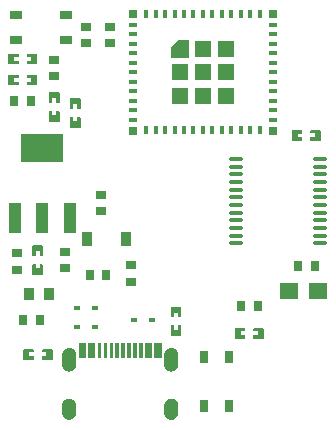
<source format=gtp>
G04 Layer: TopPasteMaskLayer*
G04 EasyEDA v6.5.44, 2024-08-01 17:58:32*
G04 bf16dfa8b14249528ce45edaced80a03,d882a8cb847549dbb05e31b2b695811d,10*
G04 Gerber Generator version 0.2*
G04 Scale: 100 percent, Rotated: No, Reflected: No *
G04 Dimensions in millimeters *
G04 leading zeros omitted , absolute positions ,4 integer and 5 decimal *
%FSLAX45Y45*%
%MOMM*%

%AMMACRO1*21,1,$1,$2,0,0,$3*%
%AMMACRO2*4,1,5,-0.725,0.125,-0.125,0.725,0.725,0.725,0.725,-0.725,-0.725,-0.725,-0.725,0.125,0*%
%ADD10R,1.1000X2.5000*%
%ADD11MACRO1,3.6X2.34X0.0000*%
%ADD12O,1.3240004X0.30800039999999995*%
%ADD13R,0.8000X0.4000*%
%ADD14R,0.4000X0.8000*%
%ADD15R,0.7000X0.7000*%
%ADD16MACRO2*%
%ADD17R,1.4500X1.4500*%
%ADD18R,1.0500X0.7000*%
%ADD19R,0.7000X1.0500*%
%ADD20R,0.8999X1.0000*%
%ADD21R,0.9100X1.2200*%
%ADD22R,0.6000X0.4000*%
%ADD23R,1.5000X1.3589*%
%ADD24R,0.8000X0.9000*%
%ADD25R,0.9000X0.8000*%
%ADD26R,0.0103X0.8000*%

%LPD*%
G36*
X5482793Y4502404D02*
G01*
X5482793Y4372406D01*
X5542788Y4372406D01*
X5542788Y4502404D01*
G37*
G36*
X5102758Y4502404D02*
G01*
X5102758Y4372406D01*
X5132781Y4372406D01*
X5132781Y4502404D01*
G37*
G36*
X4842764Y4502404D02*
G01*
X4842764Y4372406D01*
X4902758Y4372406D01*
X4902758Y4502404D01*
G37*
G36*
X5202783Y4502404D02*
G01*
X5202783Y4372406D01*
X5232755Y4372406D01*
X5232755Y4502404D01*
G37*
G36*
X5352796Y4502404D02*
G01*
X5352796Y4372406D01*
X5382768Y4372406D01*
X5382768Y4502404D01*
G37*
G36*
X5052771Y4502404D02*
G01*
X5052771Y4372406D01*
X5082794Y4372406D01*
X5082794Y4502404D01*
G37*
G36*
X5302758Y4502404D02*
G01*
X5302758Y4372406D01*
X5332730Y4372406D01*
X5332730Y4502404D01*
G37*
G36*
X5252770Y4502404D02*
G01*
X5252770Y4372406D01*
X5282793Y4372406D01*
X5282793Y4502404D01*
G37*
G36*
X5002784Y4502404D02*
G01*
X5002784Y4372406D01*
X5032756Y4372406D01*
X5032756Y4502404D01*
G37*
G36*
X5152796Y4502404D02*
G01*
X5152796Y4372406D01*
X5182768Y4372406D01*
X5182768Y4502404D01*
G37*
G36*
X4922774Y4502404D02*
G01*
X4922774Y4372406D01*
X4982768Y4372406D01*
X4982768Y4502404D01*
G37*
G36*
X4758791Y4460544D02*
G01*
X4752797Y4460087D01*
X4746904Y4459071D01*
X4741164Y4457446D01*
X4735576Y4455261D01*
X4730242Y4452518D01*
X4725263Y4449267D01*
X4720590Y4445558D01*
X4716272Y4441393D01*
X4712462Y4436770D01*
X4709058Y4431842D01*
X4706213Y4426610D01*
X4703876Y4421073D01*
X4702098Y4415383D01*
X4700930Y4409490D01*
X4700320Y4403547D01*
X4700270Y4320540D01*
X4700574Y4314596D01*
X4701438Y4308652D01*
X4702911Y4302861D01*
X4704994Y4297273D01*
X4707585Y4291888D01*
X4710684Y4286758D01*
X4714290Y4281982D01*
X4718354Y4277614D01*
X4722876Y4273651D01*
X4727702Y4270146D01*
X4732883Y4267149D01*
X4738319Y4264710D01*
X4744008Y4262831D01*
X4749850Y4261459D01*
X4755794Y4260748D01*
X4761738Y4260596D01*
X4767732Y4261053D01*
X4773625Y4262069D01*
X4779365Y4263694D01*
X4784953Y4265879D01*
X4790287Y4268622D01*
X4795266Y4271822D01*
X4799990Y4275582D01*
X4804257Y4279747D01*
X4808118Y4284319D01*
X4811471Y4289298D01*
X4814316Y4294530D01*
X4816652Y4300067D01*
X4818430Y4305757D01*
X4819599Y4311599D01*
X4820208Y4317593D01*
X4820259Y4400550D01*
X4819954Y4406544D01*
X4819091Y4412437D01*
X4817618Y4418228D01*
X4815535Y4423867D01*
X4812944Y4429252D01*
X4809845Y4434382D01*
X4806238Y4439107D01*
X4802174Y4443526D01*
X4797653Y4447489D01*
X4792827Y4450943D01*
X4787646Y4453940D01*
X4782159Y4456430D01*
X4776520Y4458309D01*
X4770678Y4459630D01*
X4764735Y4460392D01*
G37*
G36*
X5623814Y4460544D02*
G01*
X5617819Y4460087D01*
X5611926Y4459071D01*
X5606186Y4457446D01*
X5600598Y4455261D01*
X5595264Y4452518D01*
X5590286Y4449267D01*
X5585561Y4445558D01*
X5581294Y4441393D01*
X5577484Y4436770D01*
X5574080Y4431842D01*
X5571236Y4426610D01*
X5568899Y4421073D01*
X5567121Y4415383D01*
X5565952Y4409490D01*
X5565343Y4403547D01*
X5565292Y4320540D01*
X5565597Y4314596D01*
X5566460Y4308652D01*
X5567934Y4302861D01*
X5570016Y4297273D01*
X5572607Y4291888D01*
X5575706Y4286758D01*
X5579313Y4281982D01*
X5583377Y4277614D01*
X5587898Y4273651D01*
X5592724Y4270146D01*
X5597906Y4267149D01*
X5603341Y4264710D01*
X5609031Y4262831D01*
X5614873Y4261459D01*
X5620816Y4260748D01*
X5626760Y4260596D01*
X5632754Y4261053D01*
X5638647Y4262069D01*
X5644388Y4263694D01*
X5649976Y4265879D01*
X5655310Y4268622D01*
X5660288Y4271822D01*
X5664962Y4275582D01*
X5669280Y4279747D01*
X5673090Y4284319D01*
X5676493Y4289298D01*
X5679338Y4294530D01*
X5681675Y4300067D01*
X5683453Y4305757D01*
X5684621Y4311599D01*
X5685231Y4317593D01*
X5685282Y4400550D01*
X5684977Y4406544D01*
X5684113Y4412437D01*
X5682640Y4418228D01*
X5680557Y4423867D01*
X5677966Y4429252D01*
X5674868Y4434382D01*
X5671261Y4439107D01*
X5667197Y4443526D01*
X5662676Y4447489D01*
X5657850Y4450943D01*
X5652668Y4453940D01*
X5647232Y4456430D01*
X5641543Y4458309D01*
X5635701Y4459630D01*
X5629757Y4460392D01*
G37*
G36*
X4758791Y4032554D02*
G01*
X4752797Y4032097D01*
X4746904Y4031081D01*
X4741164Y4029456D01*
X4735576Y4027271D01*
X4730242Y4024528D01*
X4725263Y4021277D01*
X4720590Y4017568D01*
X4716272Y4013403D01*
X4712462Y4008780D01*
X4709058Y4003852D01*
X4706213Y3998620D01*
X4703876Y3993083D01*
X4702098Y3987393D01*
X4700930Y3981500D01*
X4700320Y3975557D01*
X4700270Y3912565D01*
X4700574Y3906621D01*
X4701438Y3900678D01*
X4702911Y3894886D01*
X4704994Y3889248D01*
X4707585Y3883863D01*
X4710684Y3878783D01*
X4714290Y3874008D01*
X4718354Y3869639D01*
X4722876Y3865676D01*
X4727702Y3862171D01*
X4732883Y3859174D01*
X4738319Y3856736D01*
X4744008Y3854805D01*
X4749850Y3853484D01*
X4755794Y3852722D01*
X4761738Y3852570D01*
X4767732Y3853027D01*
X4773625Y3854094D01*
X4779365Y3855720D01*
X4784953Y3857904D01*
X4790287Y3860596D01*
X4795266Y3863848D01*
X4799990Y3867607D01*
X4804257Y3871772D01*
X4808118Y3876344D01*
X4811471Y3881272D01*
X4814316Y3886555D01*
X4816652Y3892042D01*
X4818430Y3897782D01*
X4819599Y3903624D01*
X4820208Y3909568D01*
X4820259Y3972560D01*
X4819954Y3978554D01*
X4819091Y3984447D01*
X4817618Y3990238D01*
X4815535Y3995877D01*
X4812944Y4001262D01*
X4809845Y4006392D01*
X4806238Y4011117D01*
X4802174Y4015536D01*
X4797653Y4019499D01*
X4792827Y4022953D01*
X4787646Y4025950D01*
X4782159Y4028440D01*
X4776520Y4030319D01*
X4770678Y4031640D01*
X4764735Y4032402D01*
G37*
G36*
X5623814Y4032554D02*
G01*
X5617819Y4032097D01*
X5611926Y4031081D01*
X5606186Y4029456D01*
X5600598Y4027271D01*
X5595264Y4024528D01*
X5590286Y4021277D01*
X5585561Y4017568D01*
X5581294Y4013403D01*
X5577484Y4008780D01*
X5574080Y4003852D01*
X5571236Y3998620D01*
X5568899Y3993083D01*
X5567121Y3987393D01*
X5565952Y3981500D01*
X5565343Y3975557D01*
X5565292Y3912565D01*
X5565597Y3906621D01*
X5566460Y3900678D01*
X5567934Y3894886D01*
X5570016Y3889248D01*
X5572607Y3883863D01*
X5575706Y3878783D01*
X5579313Y3874008D01*
X5583377Y3869639D01*
X5587898Y3865676D01*
X5592724Y3862171D01*
X5597906Y3859174D01*
X5603341Y3856736D01*
X5609031Y3854805D01*
X5614873Y3853484D01*
X5620816Y3852722D01*
X5626760Y3852570D01*
X5632754Y3853027D01*
X5638647Y3854094D01*
X5644388Y3855720D01*
X5649976Y3857904D01*
X5655310Y3860596D01*
X5660288Y3863848D01*
X5664962Y3867607D01*
X5669280Y3871772D01*
X5673090Y3876344D01*
X5676493Y3881272D01*
X5679338Y3886555D01*
X5681675Y3892042D01*
X5683453Y3897782D01*
X5684621Y3903624D01*
X5685231Y3909568D01*
X5685282Y3972560D01*
X5684977Y3978554D01*
X5684113Y3984447D01*
X5682640Y3990238D01*
X5680557Y3995877D01*
X5677966Y4001262D01*
X5674868Y4006392D01*
X5671261Y4011117D01*
X5667197Y4015536D01*
X5662676Y4019499D01*
X5657850Y4022953D01*
X5652668Y4025950D01*
X5647232Y4028440D01*
X5641543Y4030319D01*
X5635701Y4031640D01*
X5629757Y4032402D01*
G37*
G36*
X5402783Y4502404D02*
G01*
X5402783Y4372406D01*
X5462778Y4372406D01*
X5462778Y4502404D01*
G37*
G36*
X4771796Y6575094D02*
G01*
X4766767Y6570065D01*
X4766767Y6490106D01*
X4771796Y6485077D01*
X4794554Y6485077D01*
X4794554Y6522110D01*
X4827574Y6522110D01*
X4827574Y6485077D01*
X4851755Y6485077D01*
X4856784Y6490106D01*
X4856784Y6570065D01*
X4851755Y6575094D01*
G37*
G36*
X4771796Y6416090D02*
G01*
X4766767Y6411061D01*
X4766767Y6331102D01*
X4771796Y6326073D01*
X4851755Y6326073D01*
X4856784Y6331102D01*
X4856784Y6411061D01*
X4851755Y6416090D01*
X4828997Y6416090D01*
X4828997Y6379057D01*
X4795977Y6379057D01*
X4795977Y6416090D01*
G37*
G36*
X6807098Y6305092D02*
G01*
X6802069Y6300063D01*
X6802069Y6277305D01*
X6839102Y6277305D01*
X6839102Y6244285D01*
X6802069Y6244285D01*
X6802069Y6220104D01*
X6807098Y6215075D01*
X6887057Y6215075D01*
X6892086Y6220104D01*
X6892086Y6300063D01*
X6887057Y6305092D01*
G37*
G36*
X6648094Y6305092D02*
G01*
X6643065Y6300063D01*
X6643065Y6220104D01*
X6648094Y6215075D01*
X6728053Y6215075D01*
X6733082Y6220104D01*
X6733082Y6242862D01*
X6696100Y6242862D01*
X6696100Y6275882D01*
X6733082Y6275882D01*
X6733082Y6300063D01*
X6728053Y6305092D01*
G37*
G36*
X4593996Y6466890D02*
G01*
X4588967Y6461861D01*
X4588967Y6381902D01*
X4593996Y6376873D01*
X4673955Y6376873D01*
X4678984Y6381902D01*
X4678984Y6461861D01*
X4673955Y6466890D01*
X4651197Y6466890D01*
X4651197Y6429857D01*
X4618177Y6429857D01*
X4618177Y6466890D01*
G37*
G36*
X4593996Y6625894D02*
G01*
X4588967Y6620865D01*
X4588967Y6540906D01*
X4593996Y6535877D01*
X4616754Y6535877D01*
X4616754Y6572910D01*
X4649774Y6572910D01*
X4649774Y6535877D01*
X4673955Y6535877D01*
X4678984Y6540906D01*
X4678984Y6620865D01*
X4673955Y6625894D01*
G37*
G36*
X4247794Y6952792D02*
G01*
X4242765Y6947763D01*
X4242765Y6867804D01*
X4247794Y6862775D01*
X4327753Y6862775D01*
X4332782Y6867804D01*
X4332782Y6890562D01*
X4295800Y6890562D01*
X4295800Y6923582D01*
X4332782Y6923582D01*
X4332782Y6947763D01*
X4327753Y6952792D01*
G37*
G36*
X4406798Y6952792D02*
G01*
X4401769Y6947763D01*
X4401769Y6925005D01*
X4438802Y6925005D01*
X4438802Y6891985D01*
X4401769Y6891985D01*
X4401769Y6867804D01*
X4406798Y6862775D01*
X4486757Y6862775D01*
X4491786Y6867804D01*
X4491786Y6947763D01*
X4486757Y6952792D01*
G37*
G36*
X4247794Y6774992D02*
G01*
X4242765Y6769963D01*
X4242765Y6690004D01*
X4247794Y6684975D01*
X4327753Y6684975D01*
X4332782Y6690004D01*
X4332782Y6712762D01*
X4295800Y6712762D01*
X4295800Y6745782D01*
X4332782Y6745782D01*
X4332782Y6769963D01*
X4327753Y6774992D01*
G37*
G36*
X4406798Y6774992D02*
G01*
X4401769Y6769963D01*
X4401769Y6747205D01*
X4438802Y6747205D01*
X4438802Y6714185D01*
X4401769Y6714185D01*
X4401769Y6690004D01*
X4406798Y6684975D01*
X4486757Y6684975D01*
X4491786Y6690004D01*
X4491786Y6769963D01*
X4486757Y6774992D01*
G37*
G36*
X6326022Y4629708D02*
G01*
X6320993Y4624679D01*
X6320993Y4601921D01*
X6357975Y4601921D01*
X6357975Y4568901D01*
X6320993Y4568901D01*
X6320993Y4544720D01*
X6326022Y4539691D01*
X6405981Y4539691D01*
X6411010Y4544720D01*
X6411010Y4624679D01*
X6405981Y4629708D01*
G37*
G36*
X6167018Y4629708D02*
G01*
X6161989Y4624679D01*
X6161989Y4544720D01*
X6167018Y4539691D01*
X6246977Y4539691D01*
X6252006Y4544720D01*
X6252006Y4567478D01*
X6215024Y4567478D01*
X6215024Y4600498D01*
X6252006Y4600498D01*
X6252006Y4624679D01*
X6246977Y4629708D01*
G37*
G36*
X5624220Y4810810D02*
G01*
X5619191Y4805781D01*
X5619191Y4725822D01*
X5624220Y4720793D01*
X5646978Y4720793D01*
X5646978Y4757826D01*
X5679998Y4757826D01*
X5679998Y4720793D01*
X5704179Y4720793D01*
X5709208Y4725822D01*
X5709208Y4805781D01*
X5704179Y4810810D01*
G37*
G36*
X5624220Y4651806D02*
G01*
X5619191Y4646777D01*
X5619191Y4566818D01*
X5624220Y4561789D01*
X5704179Y4561789D01*
X5709208Y4566818D01*
X5709208Y4646777D01*
X5704179Y4651806D01*
X5681421Y4651806D01*
X5681421Y4614773D01*
X5648401Y4614773D01*
X5648401Y4651806D01*
G37*
G36*
X4535322Y4451908D02*
G01*
X4530293Y4446879D01*
X4530293Y4424121D01*
X4567275Y4424121D01*
X4567275Y4391101D01*
X4530293Y4391101D01*
X4530293Y4366920D01*
X4535322Y4361891D01*
X4615281Y4361891D01*
X4620310Y4366920D01*
X4620310Y4446879D01*
X4615281Y4451908D01*
G37*
G36*
X4376318Y4451908D02*
G01*
X4371289Y4446879D01*
X4371289Y4366920D01*
X4376318Y4361891D01*
X4456277Y4361891D01*
X4461306Y4366920D01*
X4461306Y4389678D01*
X4424324Y4389678D01*
X4424324Y4422698D01*
X4461306Y4422698D01*
X4461306Y4446879D01*
X4456277Y4451908D01*
G37*
G36*
X4454296Y5171490D02*
G01*
X4449267Y5166461D01*
X4449267Y5086502D01*
X4454296Y5081473D01*
X4534255Y5081473D01*
X4539284Y5086502D01*
X4539284Y5166461D01*
X4534255Y5171490D01*
X4511497Y5171490D01*
X4511497Y5134457D01*
X4478477Y5134457D01*
X4478477Y5171490D01*
G37*
G36*
X4454296Y5330494D02*
G01*
X4449267Y5325465D01*
X4449267Y5245506D01*
X4454296Y5240477D01*
X4477054Y5240477D01*
X4477054Y5277510D01*
X4510074Y5277510D01*
X4510074Y5240477D01*
X4534255Y5240477D01*
X4539284Y5245506D01*
X4539284Y5325465D01*
X4534255Y5330494D01*
G37*
D10*
G01*
X4303902Y5557718D03*
G01*
X4533900Y5557718D03*
G01*
X4763897Y5557718D03*
D11*
G01*
X4533900Y6151702D03*
D12*
G01*
X6171590Y6059804D03*
G01*
X6171590Y5994806D03*
G01*
X6171590Y5929807D03*
G01*
X6171590Y5864809D03*
G01*
X6171590Y5799810D03*
G01*
X6171590Y5734786D03*
G01*
X6171590Y5669787D03*
G01*
X6171590Y5604789D03*
G01*
X6171590Y5539790D03*
G01*
X6171590Y5474792D03*
G01*
X6171590Y5409793D03*
G01*
X6171590Y5344795D03*
G01*
X6884009Y6059804D03*
G01*
X6884009Y5994806D03*
G01*
X6884009Y5929807D03*
G01*
X6884009Y5864809D03*
G01*
X6884009Y5799810D03*
G01*
X6884009Y5734786D03*
G01*
X6884009Y5669787D03*
G01*
X6884009Y5604789D03*
G01*
X6884009Y5539790D03*
G01*
X6884009Y5474792D03*
G01*
X6884009Y5409793D03*
G01*
X6884009Y5344795D03*
D13*
G01*
X5302808Y7194499D03*
G01*
X5302808Y7114489D03*
G01*
X5302808Y7034504D03*
G01*
X5302808Y6954494D03*
G01*
X5302808Y6874510D03*
G01*
X5302808Y6794500D03*
G01*
X5302808Y6714489D03*
G01*
X5302808Y6634505D03*
G01*
X5302808Y6554495D03*
G01*
X5302808Y6474510D03*
G01*
X5302808Y6394500D03*
D14*
G01*
X5412790Y6304508D03*
G01*
X5492800Y6304508D03*
G01*
X5572810Y6304508D03*
G01*
X5652795Y6304508D03*
G01*
X5732805Y6304508D03*
G01*
X5812790Y6304508D03*
G01*
X5892800Y6304508D03*
G01*
X5972809Y6304508D03*
G01*
X6052794Y6304508D03*
G01*
X6132804Y6304508D03*
G01*
X6212789Y6304508D03*
G01*
X6292799Y6304508D03*
G01*
X6372809Y6304508D03*
D13*
G01*
X6482791Y6394500D03*
G01*
X6482791Y6474510D03*
G01*
X6482791Y6554495D03*
G01*
X6482791Y6634505D03*
G01*
X6482791Y6714489D03*
G01*
X6482791Y6794500D03*
G01*
X6482791Y6874510D03*
G01*
X6482791Y6954494D03*
G01*
X6482791Y7034504D03*
G01*
X6482791Y7114489D03*
G01*
X6482791Y7194499D03*
D14*
G01*
X6372809Y7284491D03*
G01*
X6292799Y7284491D03*
G01*
X6212789Y7284491D03*
G01*
X6132804Y7284491D03*
G01*
X6052794Y7284491D03*
G01*
X5972809Y7284491D03*
G01*
X5892800Y7284491D03*
G01*
X5812790Y7284491D03*
G01*
X5732805Y7284491D03*
G01*
X5652795Y7284491D03*
G01*
X5572810Y7284491D03*
G01*
X5492800Y7284491D03*
G01*
X5412790Y7284491D03*
D15*
G01*
X6487795Y7289495D03*
G01*
X6487795Y6299504D03*
G01*
X5297804Y6299504D03*
G01*
X5297804Y7289495D03*
D16*
G01*
X5695287Y6991995D03*
D17*
G01*
X6090284Y6596989D03*
G01*
X5892800Y6596989D03*
G01*
X5695289Y6596989D03*
G01*
X5695289Y6794500D03*
G01*
X5892800Y6991985D03*
G01*
X6090284Y6991985D03*
G01*
X6090284Y6794500D03*
G01*
X5892800Y6794500D03*
D18*
G01*
X4731207Y7068007D03*
G01*
X4311192Y7068007D03*
G01*
X4731207Y7282992D03*
G01*
X4311192Y7282992D03*
D19*
G01*
X5898083Y3967276D03*
G01*
X5898083Y4387291D03*
G01*
X6113068Y3967276D03*
G01*
X6113068Y4387291D03*
D20*
G01*
X4591972Y4913884D03*
G01*
X4421969Y4913884D03*
D21*
G01*
X5241975Y5383784D03*
G01*
X4914976Y5383784D03*
D22*
G01*
X5308282Y4697984D03*
G01*
X5458269Y4697984D03*
G01*
X4975669Y4799584D03*
G01*
X4825682Y4799584D03*
G01*
X4975669Y4634484D03*
G01*
X4825682Y4634484D03*
D23*
G01*
X6863689Y4940300D03*
G01*
X6623710Y4940300D03*
D24*
G01*
X6839102Y5156200D03*
G01*
X6699097Y5156200D03*
D25*
G01*
X4900675Y7180986D03*
G01*
X4900675Y7040981D03*
G01*
X5103875Y7180986D03*
G01*
X5103875Y7040981D03*
D24*
G01*
X4297273Y6552184D03*
G01*
X4437278Y6552184D03*
D25*
G01*
X4633975Y6901586D03*
G01*
X4633975Y6761581D03*
D24*
G01*
X6216497Y4813300D03*
G01*
X6356502Y4813300D03*
D25*
G01*
X5283200Y5022697D03*
G01*
X5283200Y5162702D03*
D24*
G01*
X5073802Y5080000D03*
G01*
X4933797Y5080000D03*
G01*
X4373473Y4697984D03*
G01*
X4513478Y4697984D03*
D25*
G01*
X4318000Y5264302D03*
G01*
X4318000Y5124297D03*
G01*
X5027675Y5618581D03*
G01*
X5027675Y5758586D03*
G01*
X4722875Y5275986D03*
G01*
X4722875Y5135981D03*
M02*

</source>
